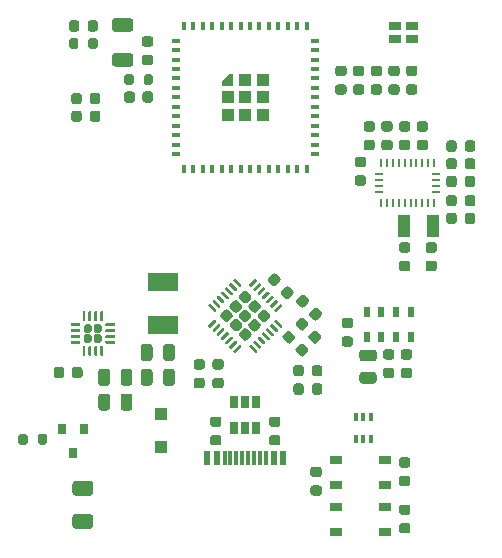
<source format=gtp>
%TF.GenerationSoftware,KiCad,Pcbnew,(5.1.9-0-10_14)*%
%TF.CreationDate,2021-01-25T23:13:15-08:00*%
%TF.ProjectId,flight-computer-2,666c6967-6874-42d6-936f-6d7075746572,rev?*%
%TF.SameCoordinates,PX57bcf00PY58b1140*%
%TF.FileFunction,Paste,Top*%
%TF.FilePolarity,Positive*%
%FSLAX46Y46*%
G04 Gerber Fmt 4.6, Leading zero omitted, Abs format (unit mm)*
G04 Created by KiCad (PCBNEW (5.1.9-0-10_14)) date 2021-01-25 23:13:15*
%MOMM*%
%LPD*%
G01*
G04 APERTURE LIST*
%ADD10C,0.100000*%
%ADD11R,0.800000X0.400000*%
%ADD12R,0.400000X0.800000*%
%ADD13R,1.000000X1.000000*%
%ADD14R,2.500000X1.500000*%
%ADD15R,0.400000X0.650000*%
%ADD16R,1.050000X0.650000*%
%ADD17R,0.800000X0.900000*%
%ADD18R,0.650000X1.060000*%
%ADD19R,0.675000X0.254000*%
%ADD20R,0.254000X0.675000*%
%ADD21R,1.100000X1.100000*%
%ADD22R,1.000000X0.800000*%
%ADD23R,0.550000X0.950000*%
%ADD24R,1.100000X1.900000*%
%ADD25R,0.600000X1.150000*%
%ADD26R,0.300000X1.150000*%
G04 APERTURE END LIST*
D10*
G36*
X24500975Y42504904D02*
G01*
X24501913Y42504619D01*
X24502778Y42504157D01*
X24503536Y42503536D01*
X24504157Y42502778D01*
X24504619Y42501913D01*
X24504904Y42500975D01*
X24505000Y42500000D01*
X24505000Y41500000D01*
X24504904Y41499025D01*
X24504619Y41498087D01*
X24504157Y41497222D01*
X24503536Y41496464D01*
X24502778Y41495843D01*
X24501913Y41495381D01*
X24500975Y41495096D01*
X24500000Y41495000D01*
X23500000Y41495000D01*
X23499025Y41495096D01*
X23498087Y41495381D01*
X23497222Y41495843D01*
X23496464Y41496464D01*
X23495843Y41497222D01*
X23495381Y41498087D01*
X23495096Y41499025D01*
X23495000Y41500000D01*
X23495000Y41900000D01*
X23495096Y41900975D01*
X23495381Y41901913D01*
X23495843Y41902778D01*
X23496464Y41903536D01*
X24096464Y42503536D01*
X24097222Y42504157D01*
X24098087Y42504619D01*
X24099025Y42504904D01*
X24100000Y42505000D01*
X24500000Y42505000D01*
X24500975Y42504904D01*
G37*
D11*
X19600000Y45300000D03*
X19600000Y44500000D03*
X19600000Y43700000D03*
X19600000Y42900000D03*
X19600000Y42100000D03*
X19600000Y41300000D03*
X19600000Y40500000D03*
X19600000Y39700000D03*
X19600000Y38900000D03*
X19600000Y38100000D03*
X19600000Y37300000D03*
X19600000Y36500000D03*
X19600000Y35700000D03*
D12*
X20300000Y34450000D03*
X21100000Y34450000D03*
X21900000Y34450000D03*
X22700000Y34450000D03*
X23500000Y34450000D03*
X24300000Y34450000D03*
X25100000Y34450000D03*
X25900000Y34450000D03*
X26700000Y34450000D03*
X27500000Y34450000D03*
X28300000Y34450000D03*
X29100000Y34450000D03*
X29900000Y34450000D03*
X30700000Y34450000D03*
D11*
X31400000Y35700000D03*
X31400000Y36500000D03*
X31400000Y37300000D03*
X31400000Y38100000D03*
X31400000Y38900000D03*
X31400000Y39700000D03*
X31400000Y40500000D03*
X31400000Y41300000D03*
X31400000Y42100000D03*
X31400000Y42900000D03*
X31400000Y43700000D03*
X31400000Y44500000D03*
X31400000Y45300000D03*
D12*
X30700000Y46550000D03*
X29900000Y46550000D03*
X29100000Y46550000D03*
X28300000Y46550000D03*
X27500000Y46550000D03*
X26700000Y46550000D03*
X25900000Y46550000D03*
X25100000Y46550000D03*
X24300000Y46550000D03*
X23500000Y46550000D03*
X22700000Y46550000D03*
X21900000Y46550000D03*
X21100000Y46550000D03*
X20300000Y46550000D03*
D13*
X25500000Y40500000D03*
X24000000Y40500000D03*
X27000000Y40500000D03*
X27000000Y39000000D03*
X24000000Y39000000D03*
X25500000Y39000000D03*
X27000000Y42000000D03*
X25500000Y42000000D03*
D14*
X18500000Y21200000D03*
X18500000Y24900000D03*
G36*
G01*
X11650000Y40656250D02*
X11650000Y40143750D01*
G75*
G02*
X11431250Y39925000I-218750J0D01*
G01*
X10993750Y39925000D01*
G75*
G02*
X10775000Y40143750I0J218750D01*
G01*
X10775000Y40656250D01*
G75*
G02*
X10993750Y40875000I218750J0D01*
G01*
X11431250Y40875000D01*
G75*
G02*
X11650000Y40656250I0J-218750D01*
G01*
G37*
G36*
G01*
X13225000Y40656250D02*
X13225000Y40143750D01*
G75*
G02*
X13006250Y39925000I-218750J0D01*
G01*
X12568750Y39925000D01*
G75*
G02*
X12350000Y40143750I0J218750D01*
G01*
X12350000Y40656250D01*
G75*
G02*
X12568750Y40875000I218750J0D01*
G01*
X13006250Y40875000D01*
G75*
G02*
X13225000Y40656250I0J-218750D01*
G01*
G37*
G36*
G01*
X12350000Y38643750D02*
X12350000Y39156250D01*
G75*
G02*
X12568750Y39375000I218750J0D01*
G01*
X13006250Y39375000D01*
G75*
G02*
X13225000Y39156250I0J-218750D01*
G01*
X13225000Y38643750D01*
G75*
G02*
X13006250Y38425000I-218750J0D01*
G01*
X12568750Y38425000D01*
G75*
G02*
X12350000Y38643750I0J218750D01*
G01*
G37*
G36*
G01*
X10775000Y38643750D02*
X10775000Y39156250D01*
G75*
G02*
X10993750Y39375000I218750J0D01*
G01*
X11431250Y39375000D01*
G75*
G02*
X11650000Y39156250I0J-218750D01*
G01*
X11650000Y38643750D01*
G75*
G02*
X11431250Y38425000I-218750J0D01*
G01*
X10993750Y38425000D01*
G75*
G02*
X10775000Y38643750I0J218750D01*
G01*
G37*
G36*
G01*
X44100000Y33118750D02*
X44100000Y33631250D01*
G75*
G02*
X44318750Y33850000I218750J0D01*
G01*
X44756250Y33850000D01*
G75*
G02*
X44975000Y33631250I0J-218750D01*
G01*
X44975000Y33118750D01*
G75*
G02*
X44756250Y32900000I-218750J0D01*
G01*
X44318750Y32900000D01*
G75*
G02*
X44100000Y33118750I0J218750D01*
G01*
G37*
G36*
G01*
X42525000Y33118750D02*
X42525000Y33631250D01*
G75*
G02*
X42743750Y33850000I218750J0D01*
G01*
X43181250Y33850000D01*
G75*
G02*
X43400000Y33631250I0J-218750D01*
G01*
X43400000Y33118750D01*
G75*
G02*
X43181250Y32900000I-218750J0D01*
G01*
X42743750Y32900000D01*
G75*
G02*
X42525000Y33118750I0J218750D01*
G01*
G37*
G36*
G01*
X16900000Y41725000D02*
X16900000Y42275000D01*
G75*
G02*
X17100000Y42475000I200000J0D01*
G01*
X17500000Y42475000D01*
G75*
G02*
X17700000Y42275000I0J-200000D01*
G01*
X17700000Y41725000D01*
G75*
G02*
X17500000Y41525000I-200000J0D01*
G01*
X17100000Y41525000D01*
G75*
G02*
X16900000Y41725000I0J200000D01*
G01*
G37*
G36*
G01*
X15250000Y41725000D02*
X15250000Y42275000D01*
G75*
G02*
X15450000Y42475000I200000J0D01*
G01*
X15850000Y42475000D01*
G75*
G02*
X16050000Y42275000I0J-200000D01*
G01*
X16050000Y41725000D01*
G75*
G02*
X15850000Y41525000I-200000J0D01*
G01*
X15450000Y41525000D01*
G75*
G02*
X15250000Y41725000I0J200000D01*
G01*
G37*
G36*
G01*
X16150000Y40775000D02*
X16150000Y40275000D01*
G75*
G02*
X15925000Y40050000I-225000J0D01*
G01*
X15475000Y40050000D01*
G75*
G02*
X15250000Y40275000I0J225000D01*
G01*
X15250000Y40775000D01*
G75*
G02*
X15475000Y41000000I225000J0D01*
G01*
X15925000Y41000000D01*
G75*
G02*
X16150000Y40775000I0J-225000D01*
G01*
G37*
G36*
G01*
X17700000Y40775000D02*
X17700000Y40275000D01*
G75*
G02*
X17475000Y40050000I-225000J0D01*
G01*
X17025000Y40050000D01*
G75*
G02*
X16800000Y40275000I0J225000D01*
G01*
X16800000Y40775000D01*
G75*
G02*
X17025000Y41000000I225000J0D01*
G01*
X17475000Y41000000D01*
G75*
G02*
X17700000Y40775000I0J-225000D01*
G01*
G37*
G36*
G01*
X25977297Y23424820D02*
X25659099Y23106622D01*
G75*
G02*
X25340901Y23106622I-159099J159099D01*
G01*
X25022703Y23424820D01*
G75*
G02*
X25022703Y23743018I159099J159099D01*
G01*
X25340901Y24061216D01*
G75*
G02*
X25659099Y24061216I159099J-159099D01*
G01*
X25977297Y23743018D01*
G75*
G02*
X25977297Y23424820I-159099J-159099D01*
G01*
G37*
G36*
G01*
X25185337Y22632861D02*
X24867139Y22314663D01*
G75*
G02*
X24548941Y22314663I-159099J159099D01*
G01*
X24230743Y22632861D01*
G75*
G02*
X24230743Y22951059I159099J159099D01*
G01*
X24548941Y23269257D01*
G75*
G02*
X24867139Y23269257I159099J-159099D01*
G01*
X25185337Y22951059D01*
G75*
G02*
X25185337Y22632861I-159099J-159099D01*
G01*
G37*
G36*
G01*
X24393378Y21840901D02*
X24075180Y21522703D01*
G75*
G02*
X23756982Y21522703I-159099J159099D01*
G01*
X23438784Y21840901D01*
G75*
G02*
X23438784Y22159099I159099J159099D01*
G01*
X23756982Y22477297D01*
G75*
G02*
X24075180Y22477297I159099J-159099D01*
G01*
X24393378Y22159099D01*
G75*
G02*
X24393378Y21840901I-159099J-159099D01*
G01*
G37*
G36*
G01*
X26769257Y22632861D02*
X26451059Y22314663D01*
G75*
G02*
X26132861Y22314663I-159099J159099D01*
G01*
X25814663Y22632861D01*
G75*
G02*
X25814663Y22951059I159099J159099D01*
G01*
X26132861Y23269257D01*
G75*
G02*
X26451059Y23269257I159099J-159099D01*
G01*
X26769257Y22951059D01*
G75*
G02*
X26769257Y22632861I-159099J-159099D01*
G01*
G37*
G36*
G01*
X25977297Y21840901D02*
X25659099Y21522703D01*
G75*
G02*
X25340901Y21522703I-159099J159099D01*
G01*
X25022703Y21840901D01*
G75*
G02*
X25022703Y22159099I159099J159099D01*
G01*
X25340901Y22477297D01*
G75*
G02*
X25659099Y22477297I159099J-159099D01*
G01*
X25977297Y22159099D01*
G75*
G02*
X25977297Y21840901I-159099J-159099D01*
G01*
G37*
G36*
G01*
X25185337Y21048941D02*
X24867139Y20730743D01*
G75*
G02*
X24548941Y20730743I-159099J159099D01*
G01*
X24230743Y21048941D01*
G75*
G02*
X24230743Y21367139I159099J159099D01*
G01*
X24548941Y21685337D01*
G75*
G02*
X24867139Y21685337I159099J-159099D01*
G01*
X25185337Y21367139D01*
G75*
G02*
X25185337Y21048941I-159099J-159099D01*
G01*
G37*
G36*
G01*
X27561216Y21840901D02*
X27243018Y21522703D01*
G75*
G02*
X26924820Y21522703I-159099J159099D01*
G01*
X26606622Y21840901D01*
G75*
G02*
X26606622Y22159099I159099J159099D01*
G01*
X26924820Y22477297D01*
G75*
G02*
X27243018Y22477297I159099J-159099D01*
G01*
X27561216Y22159099D01*
G75*
G02*
X27561216Y21840901I-159099J-159099D01*
G01*
G37*
G36*
G01*
X26769257Y21048941D02*
X26451059Y20730743D01*
G75*
G02*
X26132861Y20730743I-159099J159099D01*
G01*
X25814663Y21048941D01*
G75*
G02*
X25814663Y21367139I159099J159099D01*
G01*
X26132861Y21685337D01*
G75*
G02*
X26451059Y21685337I159099J-159099D01*
G01*
X26769257Y21367139D01*
G75*
G02*
X26769257Y21048941I-159099J-159099D01*
G01*
G37*
G36*
G01*
X25977297Y20256982D02*
X25659099Y19938784D01*
G75*
G02*
X25340901Y19938784I-159099J159099D01*
G01*
X25022703Y20256982D01*
G75*
G02*
X25022703Y20575180I159099J159099D01*
G01*
X25340901Y20893378D01*
G75*
G02*
X25659099Y20893378I159099J-159099D01*
G01*
X25977297Y20575180D01*
G75*
G02*
X25977297Y20256982I-159099J-159099D01*
G01*
G37*
G36*
G01*
X25155286Y19357188D02*
X24677989Y18879891D01*
G75*
G02*
X24589601Y18879891I-44194J44194D01*
G01*
X24501212Y18968280D01*
G75*
G02*
X24501212Y19056668I44194J44194D01*
G01*
X24978509Y19533965D01*
G75*
G02*
X25066897Y19533965I44194J-44194D01*
G01*
X25155286Y19445576D01*
G75*
G02*
X25155286Y19357188I-44194J-44194D01*
G01*
G37*
G36*
G01*
X24801732Y19710742D02*
X24324435Y19233445D01*
G75*
G02*
X24236047Y19233445I-44194J44194D01*
G01*
X24147658Y19321834D01*
G75*
G02*
X24147658Y19410222I44194J44194D01*
G01*
X24624955Y19887519D01*
G75*
G02*
X24713343Y19887519I44194J-44194D01*
G01*
X24801732Y19799130D01*
G75*
G02*
X24801732Y19710742I-44194J-44194D01*
G01*
G37*
G36*
G01*
X24448179Y20064295D02*
X23970882Y19586998D01*
G75*
G02*
X23882494Y19586998I-44194J44194D01*
G01*
X23794105Y19675387D01*
G75*
G02*
X23794105Y19763775I44194J44194D01*
G01*
X24271402Y20241072D01*
G75*
G02*
X24359790Y20241072I44194J-44194D01*
G01*
X24448179Y20152683D01*
G75*
G02*
X24448179Y20064295I-44194J-44194D01*
G01*
G37*
G36*
G01*
X24094625Y20417848D02*
X23617328Y19940551D01*
G75*
G02*
X23528940Y19940551I-44194J44194D01*
G01*
X23440551Y20028940D01*
G75*
G02*
X23440551Y20117328I44194J44194D01*
G01*
X23917848Y20594625D01*
G75*
G02*
X24006236Y20594625I44194J-44194D01*
G01*
X24094625Y20506236D01*
G75*
G02*
X24094625Y20417848I-44194J-44194D01*
G01*
G37*
G36*
G01*
X23741072Y20771402D02*
X23263775Y20294105D01*
G75*
G02*
X23175387Y20294105I-44194J44194D01*
G01*
X23086998Y20382494D01*
G75*
G02*
X23086998Y20470882I44194J44194D01*
G01*
X23564295Y20948179D01*
G75*
G02*
X23652683Y20948179I44194J-44194D01*
G01*
X23741072Y20859790D01*
G75*
G02*
X23741072Y20771402I-44194J-44194D01*
G01*
G37*
G36*
G01*
X23387519Y21124955D02*
X22910222Y20647658D01*
G75*
G02*
X22821834Y20647658I-44194J44194D01*
G01*
X22733445Y20736047D01*
G75*
G02*
X22733445Y20824435I44194J44194D01*
G01*
X23210742Y21301732D01*
G75*
G02*
X23299130Y21301732I44194J-44194D01*
G01*
X23387519Y21213343D01*
G75*
G02*
X23387519Y21124955I-44194J-44194D01*
G01*
G37*
G36*
G01*
X23033965Y21478509D02*
X22556668Y21001212D01*
G75*
G02*
X22468280Y21001212I-44194J44194D01*
G01*
X22379891Y21089601D01*
G75*
G02*
X22379891Y21177989I44194J44194D01*
G01*
X22857188Y21655286D01*
G75*
G02*
X22945576Y21655286I44194J-44194D01*
G01*
X23033965Y21566897D01*
G75*
G02*
X23033965Y21478509I-44194J-44194D01*
G01*
G37*
G36*
G01*
X23033965Y22433103D02*
X22945576Y22344714D01*
G75*
G02*
X22857188Y22344714I-44194J44194D01*
G01*
X22379891Y22822011D01*
G75*
G02*
X22379891Y22910399I44194J44194D01*
G01*
X22468280Y22998788D01*
G75*
G02*
X22556668Y22998788I44194J-44194D01*
G01*
X23033965Y22521491D01*
G75*
G02*
X23033965Y22433103I-44194J-44194D01*
G01*
G37*
G36*
G01*
X23387519Y22786657D02*
X23299130Y22698268D01*
G75*
G02*
X23210742Y22698268I-44194J44194D01*
G01*
X22733445Y23175565D01*
G75*
G02*
X22733445Y23263953I44194J44194D01*
G01*
X22821834Y23352342D01*
G75*
G02*
X22910222Y23352342I44194J-44194D01*
G01*
X23387519Y22875045D01*
G75*
G02*
X23387519Y22786657I-44194J-44194D01*
G01*
G37*
G36*
G01*
X23741072Y23140210D02*
X23652683Y23051821D01*
G75*
G02*
X23564295Y23051821I-44194J44194D01*
G01*
X23086998Y23529118D01*
G75*
G02*
X23086998Y23617506I44194J44194D01*
G01*
X23175387Y23705895D01*
G75*
G02*
X23263775Y23705895I44194J-44194D01*
G01*
X23741072Y23228598D01*
G75*
G02*
X23741072Y23140210I-44194J-44194D01*
G01*
G37*
G36*
G01*
X24094625Y23493764D02*
X24006236Y23405375D01*
G75*
G02*
X23917848Y23405375I-44194J44194D01*
G01*
X23440551Y23882672D01*
G75*
G02*
X23440551Y23971060I44194J44194D01*
G01*
X23528940Y24059449D01*
G75*
G02*
X23617328Y24059449I44194J-44194D01*
G01*
X24094625Y23582152D01*
G75*
G02*
X24094625Y23493764I-44194J-44194D01*
G01*
G37*
G36*
G01*
X24448179Y23847317D02*
X24359790Y23758928D01*
G75*
G02*
X24271402Y23758928I-44194J44194D01*
G01*
X23794105Y24236225D01*
G75*
G02*
X23794105Y24324613I44194J44194D01*
G01*
X23882494Y24413002D01*
G75*
G02*
X23970882Y24413002I44194J-44194D01*
G01*
X24448179Y23935705D01*
G75*
G02*
X24448179Y23847317I-44194J-44194D01*
G01*
G37*
G36*
G01*
X24801732Y24200870D02*
X24713343Y24112481D01*
G75*
G02*
X24624955Y24112481I-44194J44194D01*
G01*
X24147658Y24589778D01*
G75*
G02*
X24147658Y24678166I44194J44194D01*
G01*
X24236047Y24766555D01*
G75*
G02*
X24324435Y24766555I44194J-44194D01*
G01*
X24801732Y24289258D01*
G75*
G02*
X24801732Y24200870I-44194J-44194D01*
G01*
G37*
G36*
G01*
X25155286Y24554424D02*
X25066897Y24466035D01*
G75*
G02*
X24978509Y24466035I-44194J44194D01*
G01*
X24501212Y24943332D01*
G75*
G02*
X24501212Y25031720I44194J44194D01*
G01*
X24589601Y25120109D01*
G75*
G02*
X24677989Y25120109I44194J-44194D01*
G01*
X25155286Y24642812D01*
G75*
G02*
X25155286Y24554424I-44194J-44194D01*
G01*
G37*
G36*
G01*
X26498788Y24943332D02*
X26021491Y24466035D01*
G75*
G02*
X25933103Y24466035I-44194J44194D01*
G01*
X25844714Y24554424D01*
G75*
G02*
X25844714Y24642812I44194J44194D01*
G01*
X26322011Y25120109D01*
G75*
G02*
X26410399Y25120109I44194J-44194D01*
G01*
X26498788Y25031720D01*
G75*
G02*
X26498788Y24943332I-44194J-44194D01*
G01*
G37*
G36*
G01*
X26852342Y24589778D02*
X26375045Y24112481D01*
G75*
G02*
X26286657Y24112481I-44194J44194D01*
G01*
X26198268Y24200870D01*
G75*
G02*
X26198268Y24289258I44194J44194D01*
G01*
X26675565Y24766555D01*
G75*
G02*
X26763953Y24766555I44194J-44194D01*
G01*
X26852342Y24678166D01*
G75*
G02*
X26852342Y24589778I-44194J-44194D01*
G01*
G37*
G36*
G01*
X27205895Y24236225D02*
X26728598Y23758928D01*
G75*
G02*
X26640210Y23758928I-44194J44194D01*
G01*
X26551821Y23847317D01*
G75*
G02*
X26551821Y23935705I44194J44194D01*
G01*
X27029118Y24413002D01*
G75*
G02*
X27117506Y24413002I44194J-44194D01*
G01*
X27205895Y24324613D01*
G75*
G02*
X27205895Y24236225I-44194J-44194D01*
G01*
G37*
G36*
G01*
X27559449Y23882672D02*
X27082152Y23405375D01*
G75*
G02*
X26993764Y23405375I-44194J44194D01*
G01*
X26905375Y23493764D01*
G75*
G02*
X26905375Y23582152I44194J44194D01*
G01*
X27382672Y24059449D01*
G75*
G02*
X27471060Y24059449I44194J-44194D01*
G01*
X27559449Y23971060D01*
G75*
G02*
X27559449Y23882672I-44194J-44194D01*
G01*
G37*
G36*
G01*
X27913002Y23529118D02*
X27435705Y23051821D01*
G75*
G02*
X27347317Y23051821I-44194J44194D01*
G01*
X27258928Y23140210D01*
G75*
G02*
X27258928Y23228598I44194J44194D01*
G01*
X27736225Y23705895D01*
G75*
G02*
X27824613Y23705895I44194J-44194D01*
G01*
X27913002Y23617506D01*
G75*
G02*
X27913002Y23529118I-44194J-44194D01*
G01*
G37*
G36*
G01*
X28266555Y23175565D02*
X27789258Y22698268D01*
G75*
G02*
X27700870Y22698268I-44194J44194D01*
G01*
X27612481Y22786657D01*
G75*
G02*
X27612481Y22875045I44194J44194D01*
G01*
X28089778Y23352342D01*
G75*
G02*
X28178166Y23352342I44194J-44194D01*
G01*
X28266555Y23263953D01*
G75*
G02*
X28266555Y23175565I-44194J-44194D01*
G01*
G37*
G36*
G01*
X28620109Y22822011D02*
X28142812Y22344714D01*
G75*
G02*
X28054424Y22344714I-44194J44194D01*
G01*
X27966035Y22433103D01*
G75*
G02*
X27966035Y22521491I44194J44194D01*
G01*
X28443332Y22998788D01*
G75*
G02*
X28531720Y22998788I44194J-44194D01*
G01*
X28620109Y22910399D01*
G75*
G02*
X28620109Y22822011I-44194J-44194D01*
G01*
G37*
G36*
G01*
X28620109Y21089601D02*
X28531720Y21001212D01*
G75*
G02*
X28443332Y21001212I-44194J44194D01*
G01*
X27966035Y21478509D01*
G75*
G02*
X27966035Y21566897I44194J44194D01*
G01*
X28054424Y21655286D01*
G75*
G02*
X28142812Y21655286I44194J-44194D01*
G01*
X28620109Y21177989D01*
G75*
G02*
X28620109Y21089601I-44194J-44194D01*
G01*
G37*
G36*
G01*
X28266555Y20736047D02*
X28178166Y20647658D01*
G75*
G02*
X28089778Y20647658I-44194J44194D01*
G01*
X27612481Y21124955D01*
G75*
G02*
X27612481Y21213343I44194J44194D01*
G01*
X27700870Y21301732D01*
G75*
G02*
X27789258Y21301732I44194J-44194D01*
G01*
X28266555Y20824435D01*
G75*
G02*
X28266555Y20736047I-44194J-44194D01*
G01*
G37*
G36*
G01*
X27913002Y20382494D02*
X27824613Y20294105D01*
G75*
G02*
X27736225Y20294105I-44194J44194D01*
G01*
X27258928Y20771402D01*
G75*
G02*
X27258928Y20859790I44194J44194D01*
G01*
X27347317Y20948179D01*
G75*
G02*
X27435705Y20948179I44194J-44194D01*
G01*
X27913002Y20470882D01*
G75*
G02*
X27913002Y20382494I-44194J-44194D01*
G01*
G37*
G36*
G01*
X27559449Y20028940D02*
X27471060Y19940551D01*
G75*
G02*
X27382672Y19940551I-44194J44194D01*
G01*
X26905375Y20417848D01*
G75*
G02*
X26905375Y20506236I44194J44194D01*
G01*
X26993764Y20594625D01*
G75*
G02*
X27082152Y20594625I44194J-44194D01*
G01*
X27559449Y20117328D01*
G75*
G02*
X27559449Y20028940I-44194J-44194D01*
G01*
G37*
G36*
G01*
X27205895Y19675387D02*
X27117506Y19586998D01*
G75*
G02*
X27029118Y19586998I-44194J44194D01*
G01*
X26551821Y20064295D01*
G75*
G02*
X26551821Y20152683I44194J44194D01*
G01*
X26640210Y20241072D01*
G75*
G02*
X26728598Y20241072I44194J-44194D01*
G01*
X27205895Y19763775D01*
G75*
G02*
X27205895Y19675387I-44194J-44194D01*
G01*
G37*
G36*
G01*
X26852342Y19321834D02*
X26763953Y19233445D01*
G75*
G02*
X26675565Y19233445I-44194J44194D01*
G01*
X26198268Y19710742D01*
G75*
G02*
X26198268Y19799130I44194J44194D01*
G01*
X26286657Y19887519D01*
G75*
G02*
X26375045Y19887519I44194J-44194D01*
G01*
X26852342Y19410222D01*
G75*
G02*
X26852342Y19321834I-44194J-44194D01*
G01*
G37*
G36*
G01*
X26498788Y18968280D02*
X26410399Y18879891D01*
G75*
G02*
X26322011Y18879891I-44194J44194D01*
G01*
X25844714Y19357188D01*
G75*
G02*
X25844714Y19445576I44194J44194D01*
G01*
X25933103Y19533965D01*
G75*
G02*
X26021491Y19533965I44194J-44194D01*
G01*
X26498788Y19056668D01*
G75*
G02*
X26498788Y18968280I-44194J-44194D01*
G01*
G37*
G36*
G01*
X41500000Y27325000D02*
X41000000Y27325000D01*
G75*
G02*
X40775000Y27550000I0J225000D01*
G01*
X40775000Y28000000D01*
G75*
G02*
X41000000Y28225000I225000J0D01*
G01*
X41500000Y28225000D01*
G75*
G02*
X41725000Y28000000I0J-225000D01*
G01*
X41725000Y27550000D01*
G75*
G02*
X41500000Y27325000I-225000J0D01*
G01*
G37*
G36*
G01*
X41500000Y25775000D02*
X41000000Y25775000D01*
G75*
G02*
X40775000Y26000000I0J225000D01*
G01*
X40775000Y26450000D01*
G75*
G02*
X41000000Y26675000I225000J0D01*
G01*
X41500000Y26675000D01*
G75*
G02*
X41725000Y26450000I0J-225000D01*
G01*
X41725000Y26000000D01*
G75*
G02*
X41500000Y25775000I-225000J0D01*
G01*
G37*
G36*
G01*
X11997500Y20445000D02*
X12362500Y20445000D01*
G75*
G02*
X12545000Y20262500I0J-182500D01*
G01*
X12545000Y19897500D01*
G75*
G02*
X12362500Y19715000I-182500J0D01*
G01*
X11997500Y19715000D01*
G75*
G02*
X11815000Y19897500I0J182500D01*
G01*
X11815000Y20262500D01*
G75*
G02*
X11997500Y20445000I182500J0D01*
G01*
G37*
G36*
G01*
X12837500Y20445000D02*
X13202500Y20445000D01*
G75*
G02*
X13385000Y20262500I0J-182500D01*
G01*
X13385000Y19897500D01*
G75*
G02*
X13202500Y19715000I-182500J0D01*
G01*
X12837500Y19715000D01*
G75*
G02*
X12655000Y19897500I0J182500D01*
G01*
X12655000Y20262500D01*
G75*
G02*
X12837500Y20445000I182500J0D01*
G01*
G37*
G36*
G01*
X11997500Y21285000D02*
X12362500Y21285000D01*
G75*
G02*
X12545000Y21102500I0J-182500D01*
G01*
X12545000Y20737500D01*
G75*
G02*
X12362500Y20555000I-182500J0D01*
G01*
X11997500Y20555000D01*
G75*
G02*
X11815000Y20737500I0J182500D01*
G01*
X11815000Y21102500D01*
G75*
G02*
X11997500Y21285000I182500J0D01*
G01*
G37*
G36*
G01*
X12837500Y21285000D02*
X13202500Y21285000D01*
G75*
G02*
X13385000Y21102500I0J-182500D01*
G01*
X13385000Y20737500D01*
G75*
G02*
X13202500Y20555000I-182500J0D01*
G01*
X12837500Y20555000D01*
G75*
G02*
X12655000Y20737500I0J182500D01*
G01*
X12655000Y21102500D01*
G75*
G02*
X12837500Y21285000I182500J0D01*
G01*
G37*
G36*
G01*
X13712500Y21375000D02*
X14412500Y21375000D01*
G75*
G02*
X14475000Y21312500I0J-62500D01*
G01*
X14475000Y21187500D01*
G75*
G02*
X14412500Y21125000I-62500J0D01*
G01*
X13712500Y21125000D01*
G75*
G02*
X13650000Y21187500I0J62500D01*
G01*
X13650000Y21312500D01*
G75*
G02*
X13712500Y21375000I62500J0D01*
G01*
G37*
G36*
G01*
X13712500Y20875000D02*
X14412500Y20875000D01*
G75*
G02*
X14475000Y20812500I0J-62500D01*
G01*
X14475000Y20687500D01*
G75*
G02*
X14412500Y20625000I-62500J0D01*
G01*
X13712500Y20625000D01*
G75*
G02*
X13650000Y20687500I0J62500D01*
G01*
X13650000Y20812500D01*
G75*
G02*
X13712500Y20875000I62500J0D01*
G01*
G37*
G36*
G01*
X13712500Y20375000D02*
X14412500Y20375000D01*
G75*
G02*
X14475000Y20312500I0J-62500D01*
G01*
X14475000Y20187500D01*
G75*
G02*
X14412500Y20125000I-62500J0D01*
G01*
X13712500Y20125000D01*
G75*
G02*
X13650000Y20187500I0J62500D01*
G01*
X13650000Y20312500D01*
G75*
G02*
X13712500Y20375000I62500J0D01*
G01*
G37*
G36*
G01*
X13712500Y19875000D02*
X14412500Y19875000D01*
G75*
G02*
X14475000Y19812500I0J-62500D01*
G01*
X14475000Y19687500D01*
G75*
G02*
X14412500Y19625000I-62500J0D01*
G01*
X13712500Y19625000D01*
G75*
G02*
X13650000Y19687500I0J62500D01*
G01*
X13650000Y19812500D01*
G75*
G02*
X13712500Y19875000I62500J0D01*
G01*
G37*
G36*
G01*
X13287500Y19450000D02*
X13412500Y19450000D01*
G75*
G02*
X13475000Y19387500I0J-62500D01*
G01*
X13475000Y18687500D01*
G75*
G02*
X13412500Y18625000I-62500J0D01*
G01*
X13287500Y18625000D01*
G75*
G02*
X13225000Y18687500I0J62500D01*
G01*
X13225000Y19387500D01*
G75*
G02*
X13287500Y19450000I62500J0D01*
G01*
G37*
G36*
G01*
X12787500Y19450000D02*
X12912500Y19450000D01*
G75*
G02*
X12975000Y19387500I0J-62500D01*
G01*
X12975000Y18687500D01*
G75*
G02*
X12912500Y18625000I-62500J0D01*
G01*
X12787500Y18625000D01*
G75*
G02*
X12725000Y18687500I0J62500D01*
G01*
X12725000Y19387500D01*
G75*
G02*
X12787500Y19450000I62500J0D01*
G01*
G37*
G36*
G01*
X12287500Y19450000D02*
X12412500Y19450000D01*
G75*
G02*
X12475000Y19387500I0J-62500D01*
G01*
X12475000Y18687500D01*
G75*
G02*
X12412500Y18625000I-62500J0D01*
G01*
X12287500Y18625000D01*
G75*
G02*
X12225000Y18687500I0J62500D01*
G01*
X12225000Y19387500D01*
G75*
G02*
X12287500Y19450000I62500J0D01*
G01*
G37*
G36*
G01*
X11787500Y19450000D02*
X11912500Y19450000D01*
G75*
G02*
X11975000Y19387500I0J-62500D01*
G01*
X11975000Y18687500D01*
G75*
G02*
X11912500Y18625000I-62500J0D01*
G01*
X11787500Y18625000D01*
G75*
G02*
X11725000Y18687500I0J62500D01*
G01*
X11725000Y19387500D01*
G75*
G02*
X11787500Y19450000I62500J0D01*
G01*
G37*
G36*
G01*
X10787500Y19875000D02*
X11487500Y19875000D01*
G75*
G02*
X11550000Y19812500I0J-62500D01*
G01*
X11550000Y19687500D01*
G75*
G02*
X11487500Y19625000I-62500J0D01*
G01*
X10787500Y19625000D01*
G75*
G02*
X10725000Y19687500I0J62500D01*
G01*
X10725000Y19812500D01*
G75*
G02*
X10787500Y19875000I62500J0D01*
G01*
G37*
G36*
G01*
X10787500Y20375000D02*
X11487500Y20375000D01*
G75*
G02*
X11550000Y20312500I0J-62500D01*
G01*
X11550000Y20187500D01*
G75*
G02*
X11487500Y20125000I-62500J0D01*
G01*
X10787500Y20125000D01*
G75*
G02*
X10725000Y20187500I0J62500D01*
G01*
X10725000Y20312500D01*
G75*
G02*
X10787500Y20375000I62500J0D01*
G01*
G37*
G36*
G01*
X10787500Y20875000D02*
X11487500Y20875000D01*
G75*
G02*
X11550000Y20812500I0J-62500D01*
G01*
X11550000Y20687500D01*
G75*
G02*
X11487500Y20625000I-62500J0D01*
G01*
X10787500Y20625000D01*
G75*
G02*
X10725000Y20687500I0J62500D01*
G01*
X10725000Y20812500D01*
G75*
G02*
X10787500Y20875000I62500J0D01*
G01*
G37*
G36*
G01*
X10787500Y21375000D02*
X11487500Y21375000D01*
G75*
G02*
X11550000Y21312500I0J-62500D01*
G01*
X11550000Y21187500D01*
G75*
G02*
X11487500Y21125000I-62500J0D01*
G01*
X10787500Y21125000D01*
G75*
G02*
X10725000Y21187500I0J62500D01*
G01*
X10725000Y21312500D01*
G75*
G02*
X10787500Y21375000I62500J0D01*
G01*
G37*
G36*
G01*
X11787500Y22375000D02*
X11912500Y22375000D01*
G75*
G02*
X11975000Y22312500I0J-62500D01*
G01*
X11975000Y21612500D01*
G75*
G02*
X11912500Y21550000I-62500J0D01*
G01*
X11787500Y21550000D01*
G75*
G02*
X11725000Y21612500I0J62500D01*
G01*
X11725000Y22312500D01*
G75*
G02*
X11787500Y22375000I62500J0D01*
G01*
G37*
G36*
G01*
X12287500Y22375000D02*
X12412500Y22375000D01*
G75*
G02*
X12475000Y22312500I0J-62500D01*
G01*
X12475000Y21612500D01*
G75*
G02*
X12412500Y21550000I-62500J0D01*
G01*
X12287500Y21550000D01*
G75*
G02*
X12225000Y21612500I0J62500D01*
G01*
X12225000Y22312500D01*
G75*
G02*
X12287500Y22375000I62500J0D01*
G01*
G37*
G36*
G01*
X12787500Y22375000D02*
X12912500Y22375000D01*
G75*
G02*
X12975000Y22312500I0J-62500D01*
G01*
X12975000Y21612500D01*
G75*
G02*
X12912500Y21550000I-62500J0D01*
G01*
X12787500Y21550000D01*
G75*
G02*
X12725000Y21612500I0J62500D01*
G01*
X12725000Y22312500D01*
G75*
G02*
X12787500Y22375000I62500J0D01*
G01*
G37*
G36*
G01*
X13287500Y22375000D02*
X13412500Y22375000D01*
G75*
G02*
X13475000Y22312500I0J-62500D01*
G01*
X13475000Y21612500D01*
G75*
G02*
X13412500Y21550000I-62500J0D01*
G01*
X13287500Y21550000D01*
G75*
G02*
X13225000Y21612500I0J62500D01*
G01*
X13225000Y22312500D01*
G75*
G02*
X13287500Y22375000I62500J0D01*
G01*
G37*
G36*
G01*
X39856250Y42300000D02*
X39343750Y42300000D01*
G75*
G02*
X39125000Y42518750I0J218750D01*
G01*
X39125000Y42956250D01*
G75*
G02*
X39343750Y43175000I218750J0D01*
G01*
X39856250Y43175000D01*
G75*
G02*
X40075000Y42956250I0J-218750D01*
G01*
X40075000Y42518750D01*
G75*
G02*
X39856250Y42300000I-218750J0D01*
G01*
G37*
G36*
G01*
X39856250Y40725000D02*
X39343750Y40725000D01*
G75*
G02*
X39125000Y40943750I0J218750D01*
G01*
X39125000Y41381250D01*
G75*
G02*
X39343750Y41600000I218750J0D01*
G01*
X39856250Y41600000D01*
G75*
G02*
X40075000Y41381250I0J-218750D01*
G01*
X40075000Y40943750D01*
G75*
G02*
X39856250Y40725000I-218750J0D01*
G01*
G37*
G36*
G01*
X38356250Y42300000D02*
X37843750Y42300000D01*
G75*
G02*
X37625000Y42518750I0J218750D01*
G01*
X37625000Y42956250D01*
G75*
G02*
X37843750Y43175000I218750J0D01*
G01*
X38356250Y43175000D01*
G75*
G02*
X38575000Y42956250I0J-218750D01*
G01*
X38575000Y42518750D01*
G75*
G02*
X38356250Y42300000I-218750J0D01*
G01*
G37*
G36*
G01*
X38356250Y40725000D02*
X37843750Y40725000D01*
G75*
G02*
X37625000Y40943750I0J218750D01*
G01*
X37625000Y41381250D01*
G75*
G02*
X37843750Y41600000I218750J0D01*
G01*
X38356250Y41600000D01*
G75*
G02*
X38575000Y41381250I0J-218750D01*
G01*
X38575000Y40943750D01*
G75*
G02*
X38356250Y40725000I-218750J0D01*
G01*
G37*
G36*
G01*
X36856250Y42300000D02*
X36343750Y42300000D01*
G75*
G02*
X36125000Y42518750I0J218750D01*
G01*
X36125000Y42956250D01*
G75*
G02*
X36343750Y43175000I218750J0D01*
G01*
X36856250Y43175000D01*
G75*
G02*
X37075000Y42956250I0J-218750D01*
G01*
X37075000Y42518750D01*
G75*
G02*
X36856250Y42300000I-218750J0D01*
G01*
G37*
G36*
G01*
X36856250Y40725000D02*
X36343750Y40725000D01*
G75*
G02*
X36125000Y40943750I0J218750D01*
G01*
X36125000Y41381250D01*
G75*
G02*
X36343750Y41600000I218750J0D01*
G01*
X36856250Y41600000D01*
G75*
G02*
X37075000Y41381250I0J-218750D01*
G01*
X37075000Y40943750D01*
G75*
G02*
X36856250Y40725000I-218750J0D01*
G01*
G37*
G36*
G01*
X28433709Y24928684D02*
X28071316Y24566291D01*
G75*
G02*
X27761956Y24566291I-154680J154680D01*
G01*
X27452597Y24875650D01*
G75*
G02*
X27452597Y25185010I154680J154680D01*
G01*
X27814990Y25547403D01*
G75*
G02*
X28124350Y25547403I154680J-154680D01*
G01*
X28433709Y25238044D01*
G75*
G02*
X28433709Y24928684I-154680J-154680D01*
G01*
G37*
G36*
G01*
X29547403Y23814990D02*
X29185010Y23452597D01*
G75*
G02*
X28875650Y23452597I-154680J154680D01*
G01*
X28566291Y23761956D01*
G75*
G02*
X28566291Y24071316I154680J154680D01*
G01*
X28928684Y24433709D01*
G75*
G02*
X29238044Y24433709I154680J-154680D01*
G01*
X29547403Y24124350D01*
G75*
G02*
X29547403Y23814990I-154680J-154680D01*
G01*
G37*
D15*
X36150000Y13450000D03*
X34850000Y13450000D03*
X35500000Y11550000D03*
X35500000Y13450000D03*
X34850000Y11550000D03*
X36150000Y11550000D03*
D16*
X33175000Y9825000D03*
X37325000Y9825000D03*
X33175000Y7675000D03*
X37325000Y7675000D03*
X37325000Y3675000D03*
X33175000Y3675000D03*
X37325000Y5825000D03*
X33175000Y5825000D03*
G36*
G01*
X30953033Y22293413D02*
X31306587Y22646967D01*
G75*
G02*
X31624785Y22646967I159099J-159099D01*
G01*
X31942983Y22328769D01*
G75*
G02*
X31942983Y22010571I-159099J-159099D01*
G01*
X31589429Y21657017D01*
G75*
G02*
X31271231Y21657017I-159099J159099D01*
G01*
X30953033Y21975215D01*
G75*
G02*
X30953033Y22293413I159099J159099D01*
G01*
G37*
G36*
G01*
X29857017Y23389429D02*
X30210571Y23742983D01*
G75*
G02*
X30528769Y23742983I159099J-159099D01*
G01*
X30846967Y23424785D01*
G75*
G02*
X30846967Y23106587I-159099J-159099D01*
G01*
X30493413Y22753033D01*
G75*
G02*
X30175215Y22753033I-159099J159099D01*
G01*
X29857017Y23071231D01*
G75*
G02*
X29857017Y23389429I159099J159099D01*
G01*
G37*
G36*
G01*
X12225000Y44775000D02*
X12225000Y45325000D01*
G75*
G02*
X12425000Y45525000I200000J0D01*
G01*
X12825000Y45525000D01*
G75*
G02*
X13025000Y45325000I0J-200000D01*
G01*
X13025000Y44775000D01*
G75*
G02*
X12825000Y44575000I-200000J0D01*
G01*
X12425000Y44575000D01*
G75*
G02*
X12225000Y44775000I0J200000D01*
G01*
G37*
G36*
G01*
X10575000Y44775000D02*
X10575000Y45325000D01*
G75*
G02*
X10775000Y45525000I200000J0D01*
G01*
X11175000Y45525000D01*
G75*
G02*
X11375000Y45325000I0J-200000D01*
G01*
X11375000Y44775000D01*
G75*
G02*
X11175000Y44575000I-200000J0D01*
G01*
X10775000Y44575000D01*
G75*
G02*
X10575000Y44775000I0J200000D01*
G01*
G37*
G36*
G01*
X7075000Y11825000D02*
X7075000Y11275000D01*
G75*
G02*
X6875000Y11075000I-200000J0D01*
G01*
X6475000Y11075000D01*
G75*
G02*
X6275000Y11275000I0J200000D01*
G01*
X6275000Y11825000D01*
G75*
G02*
X6475000Y12025000I200000J0D01*
G01*
X6875000Y12025000D01*
G75*
G02*
X7075000Y11825000I0J-200000D01*
G01*
G37*
G36*
G01*
X8725000Y11825000D02*
X8725000Y11275000D01*
G75*
G02*
X8525000Y11075000I-200000J0D01*
G01*
X8125000Y11075000D01*
G75*
G02*
X7925000Y11275000I0J200000D01*
G01*
X7925000Y11825000D01*
G75*
G02*
X8125000Y12025000I200000J0D01*
G01*
X8525000Y12025000D01*
G75*
G02*
X8725000Y11825000I0J-200000D01*
G01*
G37*
D17*
X10900000Y10400000D03*
X9950000Y12400000D03*
X11850000Y12400000D03*
G36*
G01*
X11450000Y46806250D02*
X11450000Y46293750D01*
G75*
G02*
X11231250Y46075000I-218750J0D01*
G01*
X10793750Y46075000D01*
G75*
G02*
X10575000Y46293750I0J218750D01*
G01*
X10575000Y46806250D01*
G75*
G02*
X10793750Y47025000I218750J0D01*
G01*
X11231250Y47025000D01*
G75*
G02*
X11450000Y46806250I0J-218750D01*
G01*
G37*
G36*
G01*
X13025000Y46806250D02*
X13025000Y46293750D01*
G75*
G02*
X12806250Y46075000I-218750J0D01*
G01*
X12368750Y46075000D01*
G75*
G02*
X12150000Y46293750I0J218750D01*
G01*
X12150000Y46806250D01*
G75*
G02*
X12368750Y47025000I218750J0D01*
G01*
X12806250Y47025000D01*
G75*
G02*
X13025000Y46806250I0J-218750D01*
G01*
G37*
G36*
G01*
X17475000Y44775000D02*
X16975000Y44775000D01*
G75*
G02*
X16750000Y45000000I0J225000D01*
G01*
X16750000Y45450000D01*
G75*
G02*
X16975000Y45675000I225000J0D01*
G01*
X17475000Y45675000D01*
G75*
G02*
X17700000Y45450000I0J-225000D01*
G01*
X17700000Y45000000D01*
G75*
G02*
X17475000Y44775000I-225000J0D01*
G01*
G37*
G36*
G01*
X17475000Y43225000D02*
X16975000Y43225000D01*
G75*
G02*
X16750000Y43450000I0J225000D01*
G01*
X16750000Y43900000D01*
G75*
G02*
X16975000Y44125000I225000J0D01*
G01*
X17475000Y44125000D01*
G75*
G02*
X17700000Y43900000I0J-225000D01*
G01*
X17700000Y43450000D01*
G75*
G02*
X17475000Y43225000I-225000J0D01*
G01*
G37*
G36*
G01*
X15775001Y46050000D02*
X14474999Y46050000D01*
G75*
G02*
X14225000Y46299999I0J249999D01*
G01*
X14225000Y46950001D01*
G75*
G02*
X14474999Y47200000I249999J0D01*
G01*
X15775001Y47200000D01*
G75*
G02*
X16025000Y46950001I0J-249999D01*
G01*
X16025000Y46299999D01*
G75*
G02*
X15775001Y46050000I-249999J0D01*
G01*
G37*
G36*
G01*
X15775001Y43100000D02*
X14474999Y43100000D01*
G75*
G02*
X14225000Y43349999I0J249999D01*
G01*
X14225000Y44000001D01*
G75*
G02*
X14474999Y44250000I249999J0D01*
G01*
X15775001Y44250000D01*
G75*
G02*
X16025000Y44000001I0J-249999D01*
G01*
X16025000Y43349999D01*
G75*
G02*
X15775001Y43100000I-249999J0D01*
G01*
G37*
G36*
G01*
X35425000Y17250000D02*
X36375000Y17250000D01*
G75*
G02*
X36625000Y17000000I0J-250000D01*
G01*
X36625000Y16500000D01*
G75*
G02*
X36375000Y16250000I-250000J0D01*
G01*
X35425000Y16250000D01*
G75*
G02*
X35175000Y16500000I0J250000D01*
G01*
X35175000Y17000000D01*
G75*
G02*
X35425000Y17250000I250000J0D01*
G01*
G37*
G36*
G01*
X35425000Y19150000D02*
X36375000Y19150000D01*
G75*
G02*
X36625000Y18900000I0J-250000D01*
G01*
X36625000Y18400000D01*
G75*
G02*
X36375000Y18150000I-250000J0D01*
G01*
X35425000Y18150000D01*
G75*
G02*
X35175000Y18400000I0J250000D01*
G01*
X35175000Y18900000D01*
G75*
G02*
X35425000Y19150000I250000J0D01*
G01*
G37*
G36*
G01*
X30443413Y19596967D02*
X30796967Y19243413D01*
G75*
G02*
X30796967Y18925215I-159099J-159099D01*
G01*
X30478769Y18607017D01*
G75*
G02*
X30160571Y18607017I-159099J159099D01*
G01*
X29807017Y18960571D01*
G75*
G02*
X29807017Y19278769I159099J159099D01*
G01*
X30125215Y19596967D01*
G75*
G02*
X30443413Y19596967I159099J-159099D01*
G01*
G37*
G36*
G01*
X31539429Y20692983D02*
X31892983Y20339429D01*
G75*
G02*
X31892983Y20021231I-159099J-159099D01*
G01*
X31574785Y19703033D01*
G75*
G02*
X31256587Y19703033I-159099J159099D01*
G01*
X30903033Y20056587D01*
G75*
G02*
X30903033Y20374785I159099J159099D01*
G01*
X31221231Y20692983D01*
G75*
G02*
X31539429Y20692983I159099J-159099D01*
G01*
G37*
G36*
G01*
X17650000Y19375000D02*
X17650000Y18425000D01*
G75*
G02*
X17400000Y18175000I-250000J0D01*
G01*
X16900000Y18175000D01*
G75*
G02*
X16650000Y18425000I0J250000D01*
G01*
X16650000Y19375000D01*
G75*
G02*
X16900000Y19625000I250000J0D01*
G01*
X17400000Y19625000D01*
G75*
G02*
X17650000Y19375000I0J-250000D01*
G01*
G37*
G36*
G01*
X19550000Y19375000D02*
X19550000Y18425000D01*
G75*
G02*
X19300000Y18175000I-250000J0D01*
G01*
X18800000Y18175000D01*
G75*
G02*
X18550000Y18425000I0J250000D01*
G01*
X18550000Y19375000D01*
G75*
G02*
X18800000Y19625000I250000J0D01*
G01*
X19300000Y19625000D01*
G75*
G02*
X19550000Y19375000I0J-250000D01*
G01*
G37*
G36*
G01*
X17650000Y17275000D02*
X17650000Y16325000D01*
G75*
G02*
X17400000Y16075000I-250000J0D01*
G01*
X16900000Y16075000D01*
G75*
G02*
X16650000Y16325000I0J250000D01*
G01*
X16650000Y17275000D01*
G75*
G02*
X16900000Y17525000I250000J0D01*
G01*
X17400000Y17525000D01*
G75*
G02*
X17650000Y17275000I0J-250000D01*
G01*
G37*
G36*
G01*
X19550000Y17275000D02*
X19550000Y16325000D01*
G75*
G02*
X19300000Y16075000I-250000J0D01*
G01*
X18800000Y16075000D01*
G75*
G02*
X18550000Y16325000I0J250000D01*
G01*
X18550000Y17275000D01*
G75*
G02*
X18800000Y17525000I250000J0D01*
G01*
X19300000Y17525000D01*
G75*
G02*
X19550000Y17275000I0J-250000D01*
G01*
G37*
G36*
G01*
X10825000Y16950000D02*
X10825000Y17450000D01*
G75*
G02*
X11050000Y17675000I225000J0D01*
G01*
X11500000Y17675000D01*
G75*
G02*
X11725000Y17450000I0J-225000D01*
G01*
X11725000Y16950000D01*
G75*
G02*
X11500000Y16725000I-225000J0D01*
G01*
X11050000Y16725000D01*
G75*
G02*
X10825000Y16950000I0J225000D01*
G01*
G37*
G36*
G01*
X9275000Y16950000D02*
X9275000Y17450000D01*
G75*
G02*
X9500000Y17675000I225000J0D01*
G01*
X9950000Y17675000D01*
G75*
G02*
X10175000Y17450000I0J-225000D01*
G01*
X10175000Y16950000D01*
G75*
G02*
X9950000Y16725000I-225000J0D01*
G01*
X9500000Y16725000D01*
G75*
G02*
X9275000Y16950000I0J225000D01*
G01*
G37*
G36*
G01*
X14950000Y14225000D02*
X14950000Y15175000D01*
G75*
G02*
X15200000Y15425000I250000J0D01*
G01*
X15700000Y15425000D01*
G75*
G02*
X15950000Y15175000I0J-250000D01*
G01*
X15950000Y14225000D01*
G75*
G02*
X15700000Y13975000I-250000J0D01*
G01*
X15200000Y13975000D01*
G75*
G02*
X14950000Y14225000I0J250000D01*
G01*
G37*
G36*
G01*
X13050000Y14225000D02*
X13050000Y15175000D01*
G75*
G02*
X13300000Y15425000I250000J0D01*
G01*
X13800000Y15425000D01*
G75*
G02*
X14050000Y15175000I0J-250000D01*
G01*
X14050000Y14225000D01*
G75*
G02*
X13800000Y13975000I-250000J0D01*
G01*
X13300000Y13975000D01*
G75*
G02*
X13050000Y14225000I0J250000D01*
G01*
G37*
G36*
G01*
X14950000Y16325000D02*
X14950000Y17275000D01*
G75*
G02*
X15200000Y17525000I250000J0D01*
G01*
X15700000Y17525000D01*
G75*
G02*
X15950000Y17275000I0J-250000D01*
G01*
X15950000Y16325000D01*
G75*
G02*
X15700000Y16075000I-250000J0D01*
G01*
X15200000Y16075000D01*
G75*
G02*
X14950000Y16325000I0J250000D01*
G01*
G37*
G36*
G01*
X13050000Y16325000D02*
X13050000Y17275000D01*
G75*
G02*
X13300000Y17525000I250000J0D01*
G01*
X13800000Y17525000D01*
G75*
G02*
X14050000Y17275000I0J-250000D01*
G01*
X14050000Y16325000D01*
G75*
G02*
X13800000Y16075000I-250000J0D01*
G01*
X13300000Y16075000D01*
G75*
G02*
X13050000Y16325000I0J250000D01*
G01*
G37*
D18*
X25500000Y14700000D03*
X24550000Y14700000D03*
X26450000Y14700000D03*
X26450000Y12500000D03*
X25500000Y12500000D03*
X24550000Y12500000D03*
D19*
X36862500Y32500000D03*
D20*
X41500000Y34912500D03*
D19*
X41637500Y32500000D03*
D20*
X41500000Y31587500D03*
D19*
X41637500Y33000000D03*
X41637500Y33500000D03*
X41637500Y34000000D03*
D20*
X41000000Y31587500D03*
X40500000Y31587500D03*
X40000000Y31587500D03*
X39500000Y31587500D03*
X39000000Y31587500D03*
X38500000Y31587500D03*
X38000000Y31587500D03*
X37500000Y31587500D03*
X37000000Y31587500D03*
X41000000Y34912500D03*
X40500000Y34912500D03*
X40000000Y34912500D03*
X39500000Y34912500D03*
X39000000Y34912500D03*
X38500000Y34912500D03*
X38000000Y34912500D03*
X37500000Y34912500D03*
X37000000Y34912500D03*
D19*
X36862500Y33000000D03*
X36862500Y33500000D03*
X36862500Y34000000D03*
D21*
X18400000Y13700000D03*
X18400000Y10900000D03*
D22*
X38150000Y46500000D03*
X39650000Y46500000D03*
X39650000Y45400000D03*
X38150000Y45400000D03*
D23*
X39525000Y20175001D03*
X35775000Y20175001D03*
X37025000Y20175001D03*
X38275000Y20175001D03*
X35775000Y22325001D03*
X37025000Y22325001D03*
X38275000Y22325001D03*
X39525000Y22325001D03*
D24*
X38907485Y29600000D03*
X41407485Y29600000D03*
G36*
G01*
X44100000Y31493750D02*
X44100000Y32006250D01*
G75*
G02*
X44318750Y32225000I218750J0D01*
G01*
X44756250Y32225000D01*
G75*
G02*
X44975000Y32006250I0J-218750D01*
G01*
X44975000Y31493750D01*
G75*
G02*
X44756250Y31275000I-218750J0D01*
G01*
X44318750Y31275000D01*
G75*
G02*
X44100000Y31493750I0J218750D01*
G01*
G37*
G36*
G01*
X42525000Y31493750D02*
X42525000Y32006250D01*
G75*
G02*
X42743750Y32225000I218750J0D01*
G01*
X43181250Y32225000D01*
G75*
G02*
X43400000Y32006250I0J-218750D01*
G01*
X43400000Y31493750D01*
G75*
G02*
X43181250Y31275000I-218750J0D01*
G01*
X42743750Y31275000D01*
G75*
G02*
X42525000Y31493750I0J218750D01*
G01*
G37*
G36*
G01*
X44100000Y29993750D02*
X44100000Y30506250D01*
G75*
G02*
X44318750Y30725000I218750J0D01*
G01*
X44756250Y30725000D01*
G75*
G02*
X44975000Y30506250I0J-218750D01*
G01*
X44975000Y29993750D01*
G75*
G02*
X44756250Y29775000I-218750J0D01*
G01*
X44318750Y29775000D01*
G75*
G02*
X44100000Y29993750I0J218750D01*
G01*
G37*
G36*
G01*
X42525000Y29993750D02*
X42525000Y30506250D01*
G75*
G02*
X42743750Y30725000I218750J0D01*
G01*
X43181250Y30725000D01*
G75*
G02*
X43400000Y30506250I0J-218750D01*
G01*
X43400000Y29993750D01*
G75*
G02*
X43181250Y29775000I-218750J0D01*
G01*
X42743750Y29775000D01*
G75*
G02*
X42525000Y29993750I0J218750D01*
G01*
G37*
G36*
G01*
X40756250Y37600000D02*
X40243750Y37600000D01*
G75*
G02*
X40025000Y37818750I0J218750D01*
G01*
X40025000Y38256250D01*
G75*
G02*
X40243750Y38475000I218750J0D01*
G01*
X40756250Y38475000D01*
G75*
G02*
X40975000Y38256250I0J-218750D01*
G01*
X40975000Y37818750D01*
G75*
G02*
X40756250Y37600000I-218750J0D01*
G01*
G37*
G36*
G01*
X40756250Y36025000D02*
X40243750Y36025000D01*
G75*
G02*
X40025000Y36243750I0J218750D01*
G01*
X40025000Y36681250D01*
G75*
G02*
X40243750Y36900000I218750J0D01*
G01*
X40756250Y36900000D01*
G75*
G02*
X40975000Y36681250I0J-218750D01*
G01*
X40975000Y36243750D01*
G75*
G02*
X40756250Y36025000I-218750J0D01*
G01*
G37*
G36*
G01*
X39256250Y27350000D02*
X38743750Y27350000D01*
G75*
G02*
X38525000Y27568750I0J218750D01*
G01*
X38525000Y28006250D01*
G75*
G02*
X38743750Y28225000I218750J0D01*
G01*
X39256250Y28225000D01*
G75*
G02*
X39475000Y28006250I0J-218750D01*
G01*
X39475000Y27568750D01*
G75*
G02*
X39256250Y27350000I-218750J0D01*
G01*
G37*
G36*
G01*
X39256250Y25775000D02*
X38743750Y25775000D01*
G75*
G02*
X38525000Y25993750I0J218750D01*
G01*
X38525000Y26431250D01*
G75*
G02*
X38743750Y26650000I218750J0D01*
G01*
X39256250Y26650000D01*
G75*
G02*
X39475000Y26431250I0J-218750D01*
G01*
X39475000Y25993750D01*
G75*
G02*
X39256250Y25775000I-218750J0D01*
G01*
G37*
G36*
G01*
X29321316Y20683709D02*
X29683709Y20321316D01*
G75*
G02*
X29683709Y20011956I-154680J-154680D01*
G01*
X29374350Y19702597D01*
G75*
G02*
X29064990Y19702597I-154680J154680D01*
G01*
X28702597Y20064990D01*
G75*
G02*
X28702597Y20374350I154680J154680D01*
G01*
X29011956Y20683709D01*
G75*
G02*
X29321316Y20683709I154680J-154680D01*
G01*
G37*
G36*
G01*
X30435010Y21797403D02*
X30797403Y21435010D01*
G75*
G02*
X30797403Y21125650I-154680J-154680D01*
G01*
X30488044Y20816291D01*
G75*
G02*
X30178684Y20816291I-154680J154680D01*
G01*
X29816291Y21178684D01*
G75*
G02*
X29816291Y21488044I154680J154680D01*
G01*
X30125650Y21797403D01*
G75*
G02*
X30435010Y21797403I154680J-154680D01*
G01*
G37*
G36*
G01*
X37393750Y17601903D02*
X37906250Y17601903D01*
G75*
G02*
X38125000Y17383153I0J-218750D01*
G01*
X38125000Y16945653D01*
G75*
G02*
X37906250Y16726903I-218750J0D01*
G01*
X37393750Y16726903D01*
G75*
G02*
X37175000Y16945653I0J218750D01*
G01*
X37175000Y17383153D01*
G75*
G02*
X37393750Y17601903I218750J0D01*
G01*
G37*
G36*
G01*
X37393750Y19176903D02*
X37906250Y19176903D01*
G75*
G02*
X38125000Y18958153I0J-218750D01*
G01*
X38125000Y18520653D01*
G75*
G02*
X37906250Y18301903I-218750J0D01*
G01*
X37393750Y18301903D01*
G75*
G02*
X37175000Y18520653I0J218750D01*
G01*
X37175000Y18958153D01*
G75*
G02*
X37393750Y19176903I218750J0D01*
G01*
G37*
G36*
G01*
X38893750Y17601903D02*
X39406250Y17601903D01*
G75*
G02*
X39625000Y17383153I0J-218750D01*
G01*
X39625000Y16945653D01*
G75*
G02*
X39406250Y16726903I-218750J0D01*
G01*
X38893750Y16726903D01*
G75*
G02*
X38675000Y16945653I0J218750D01*
G01*
X38675000Y17383153D01*
G75*
G02*
X38893750Y17601903I218750J0D01*
G01*
G37*
G36*
G01*
X38893750Y19176903D02*
X39406250Y19176903D01*
G75*
G02*
X39625000Y18958153I0J-218750D01*
G01*
X39625000Y18520653D01*
G75*
G02*
X39406250Y18301903I-218750J0D01*
G01*
X38893750Y18301903D01*
G75*
G02*
X38675000Y18520653I0J218750D01*
G01*
X38675000Y18958153D01*
G75*
G02*
X38893750Y19176903I218750J0D01*
G01*
G37*
G36*
G01*
X33893750Y20253554D02*
X34406250Y20253554D01*
G75*
G02*
X34625000Y20034804I0J-218750D01*
G01*
X34625000Y19597304D01*
G75*
G02*
X34406250Y19378554I-218750J0D01*
G01*
X33893750Y19378554D01*
G75*
G02*
X33675000Y19597304I0J218750D01*
G01*
X33675000Y20034804D01*
G75*
G02*
X33893750Y20253554I218750J0D01*
G01*
G37*
G36*
G01*
X33893750Y21828554D02*
X34406250Y21828554D01*
G75*
G02*
X34625000Y21609804I0J-218750D01*
G01*
X34625000Y21172304D01*
G75*
G02*
X34406250Y20953554I-218750J0D01*
G01*
X33893750Y20953554D01*
G75*
G02*
X33675000Y21172304I0J218750D01*
G01*
X33675000Y21609804D01*
G75*
G02*
X33893750Y21828554I218750J0D01*
G01*
G37*
G36*
G01*
X39256250Y5150000D02*
X38743750Y5150000D01*
G75*
G02*
X38525000Y5368750I0J218750D01*
G01*
X38525000Y5806250D01*
G75*
G02*
X38743750Y6025000I218750J0D01*
G01*
X39256250Y6025000D01*
G75*
G02*
X39475000Y5806250I0J-218750D01*
G01*
X39475000Y5368750D01*
G75*
G02*
X39256250Y5150000I-218750J0D01*
G01*
G37*
G36*
G01*
X39256250Y3575000D02*
X38743750Y3575000D01*
G75*
G02*
X38525000Y3793750I0J218750D01*
G01*
X38525000Y4231250D01*
G75*
G02*
X38743750Y4450000I218750J0D01*
G01*
X39256250Y4450000D01*
G75*
G02*
X39475000Y4231250I0J-218750D01*
G01*
X39475000Y3793750D01*
G75*
G02*
X39256250Y3575000I-218750J0D01*
G01*
G37*
G36*
G01*
X39256250Y9150000D02*
X38743750Y9150000D01*
G75*
G02*
X38525000Y9368750I0J218750D01*
G01*
X38525000Y9806250D01*
G75*
G02*
X38743750Y10025000I218750J0D01*
G01*
X39256250Y10025000D01*
G75*
G02*
X39475000Y9806250I0J-218750D01*
G01*
X39475000Y9368750D01*
G75*
G02*
X39256250Y9150000I-218750J0D01*
G01*
G37*
G36*
G01*
X39256250Y7575000D02*
X38743750Y7575000D01*
G75*
G02*
X38525000Y7793750I0J218750D01*
G01*
X38525000Y8231250D01*
G75*
G02*
X38743750Y8450000I218750J0D01*
G01*
X39256250Y8450000D01*
G75*
G02*
X39475000Y8231250I0J-218750D01*
G01*
X39475000Y7793750D01*
G75*
G02*
X39256250Y7575000I-218750J0D01*
G01*
G37*
G36*
G01*
X23256250Y12600000D02*
X22743750Y12600000D01*
G75*
G02*
X22525000Y12818750I0J218750D01*
G01*
X22525000Y13256250D01*
G75*
G02*
X22743750Y13475000I218750J0D01*
G01*
X23256250Y13475000D01*
G75*
G02*
X23475000Y13256250I0J-218750D01*
G01*
X23475000Y12818750D01*
G75*
G02*
X23256250Y12600000I-218750J0D01*
G01*
G37*
G36*
G01*
X23256250Y11025000D02*
X22743750Y11025000D01*
G75*
G02*
X22525000Y11243750I0J218750D01*
G01*
X22525000Y11681250D01*
G75*
G02*
X22743750Y11900000I218750J0D01*
G01*
X23256250Y11900000D01*
G75*
G02*
X23475000Y11681250I0J-218750D01*
G01*
X23475000Y11243750D01*
G75*
G02*
X23256250Y11025000I-218750J0D01*
G01*
G37*
G36*
G01*
X27743750Y11900000D02*
X28256250Y11900000D01*
G75*
G02*
X28475000Y11681250I0J-218750D01*
G01*
X28475000Y11243750D01*
G75*
G02*
X28256250Y11025000I-218750J0D01*
G01*
X27743750Y11025000D01*
G75*
G02*
X27525000Y11243750I0J218750D01*
G01*
X27525000Y11681250D01*
G75*
G02*
X27743750Y11900000I218750J0D01*
G01*
G37*
G36*
G01*
X27743750Y13475000D02*
X28256250Y13475000D01*
G75*
G02*
X28475000Y13256250I0J-218750D01*
G01*
X28475000Y12818750D01*
G75*
G02*
X28256250Y12600000I-218750J0D01*
G01*
X27743750Y12600000D01*
G75*
G02*
X27525000Y12818750I0J218750D01*
G01*
X27525000Y13256250D01*
G75*
G02*
X27743750Y13475000I218750J0D01*
G01*
G37*
G36*
G01*
X31243750Y7650000D02*
X31756250Y7650000D01*
G75*
G02*
X31975000Y7431250I0J-218750D01*
G01*
X31975000Y6993750D01*
G75*
G02*
X31756250Y6775000I-218750J0D01*
G01*
X31243750Y6775000D01*
G75*
G02*
X31025000Y6993750I0J218750D01*
G01*
X31025000Y7431250D01*
G75*
G02*
X31243750Y7650000I218750J0D01*
G01*
G37*
G36*
G01*
X31243750Y9225000D02*
X31756250Y9225000D01*
G75*
G02*
X31975000Y9006250I0J-218750D01*
G01*
X31975000Y8568750D01*
G75*
G02*
X31756250Y8350000I-218750J0D01*
G01*
X31243750Y8350000D01*
G75*
G02*
X31025000Y8568750I0J218750D01*
G01*
X31025000Y9006250D01*
G75*
G02*
X31243750Y9225000I218750J0D01*
G01*
G37*
G36*
G01*
X31150000Y17093750D02*
X31150000Y17606250D01*
G75*
G02*
X31368750Y17825000I218750J0D01*
G01*
X31806250Y17825000D01*
G75*
G02*
X32025000Y17606250I0J-218750D01*
G01*
X32025000Y17093750D01*
G75*
G02*
X31806250Y16875000I-218750J0D01*
G01*
X31368750Y16875000D01*
G75*
G02*
X31150000Y17093750I0J218750D01*
G01*
G37*
G36*
G01*
X29575000Y17093750D02*
X29575000Y17606250D01*
G75*
G02*
X29793750Y17825000I218750J0D01*
G01*
X30231250Y17825000D01*
G75*
G02*
X30450000Y17606250I0J-218750D01*
G01*
X30450000Y17093750D01*
G75*
G02*
X30231250Y16875000I-218750J0D01*
G01*
X29793750Y16875000D01*
G75*
G02*
X29575000Y17093750I0J218750D01*
G01*
G37*
G36*
G01*
X35506250Y34600000D02*
X34993750Y34600000D01*
G75*
G02*
X34775000Y34818750I0J218750D01*
G01*
X34775000Y35256250D01*
G75*
G02*
X34993750Y35475000I218750J0D01*
G01*
X35506250Y35475000D01*
G75*
G02*
X35725000Y35256250I0J-218750D01*
G01*
X35725000Y34818750D01*
G75*
G02*
X35506250Y34600000I-218750J0D01*
G01*
G37*
G36*
G01*
X35506250Y33025000D02*
X34993750Y33025000D01*
G75*
G02*
X34775000Y33243750I0J218750D01*
G01*
X34775000Y33681250D01*
G75*
G02*
X34993750Y33900000I218750J0D01*
G01*
X35506250Y33900000D01*
G75*
G02*
X35725000Y33681250I0J-218750D01*
G01*
X35725000Y33243750D01*
G75*
G02*
X35506250Y33025000I-218750J0D01*
G01*
G37*
G36*
G01*
X44100000Y36118750D02*
X44100000Y36631250D01*
G75*
G02*
X44318750Y36850000I218750J0D01*
G01*
X44756250Y36850000D01*
G75*
G02*
X44975000Y36631250I0J-218750D01*
G01*
X44975000Y36118750D01*
G75*
G02*
X44756250Y35900000I-218750J0D01*
G01*
X44318750Y35900000D01*
G75*
G02*
X44100000Y36118750I0J218750D01*
G01*
G37*
G36*
G01*
X42525000Y36118750D02*
X42525000Y36631250D01*
G75*
G02*
X42743750Y36850000I218750J0D01*
G01*
X43181250Y36850000D01*
G75*
G02*
X43400000Y36631250I0J-218750D01*
G01*
X43400000Y36118750D01*
G75*
G02*
X43181250Y35900000I-218750J0D01*
G01*
X42743750Y35900000D01*
G75*
G02*
X42525000Y36118750I0J218750D01*
G01*
G37*
G36*
G01*
X43400000Y35131250D02*
X43400000Y34618750D01*
G75*
G02*
X43181250Y34400000I-218750J0D01*
G01*
X42743750Y34400000D01*
G75*
G02*
X42525000Y34618750I0J218750D01*
G01*
X42525000Y35131250D01*
G75*
G02*
X42743750Y35350000I218750J0D01*
G01*
X43181250Y35350000D01*
G75*
G02*
X43400000Y35131250I0J-218750D01*
G01*
G37*
G36*
G01*
X44975000Y35131250D02*
X44975000Y34618750D01*
G75*
G02*
X44756250Y34400000I-218750J0D01*
G01*
X44318750Y34400000D01*
G75*
G02*
X44100000Y34618750I0J218750D01*
G01*
X44100000Y35131250D01*
G75*
G02*
X44318750Y35350000I218750J0D01*
G01*
X44756250Y35350000D01*
G75*
G02*
X44975000Y35131250I0J-218750D01*
G01*
G37*
G36*
G01*
X38743750Y36900000D02*
X39256250Y36900000D01*
G75*
G02*
X39475000Y36681250I0J-218750D01*
G01*
X39475000Y36243750D01*
G75*
G02*
X39256250Y36025000I-218750J0D01*
G01*
X38743750Y36025000D01*
G75*
G02*
X38525000Y36243750I0J218750D01*
G01*
X38525000Y36681250D01*
G75*
G02*
X38743750Y36900000I218750J0D01*
G01*
G37*
G36*
G01*
X38743750Y38475000D02*
X39256250Y38475000D01*
G75*
G02*
X39475000Y38256250I0J-218750D01*
G01*
X39475000Y37818750D01*
G75*
G02*
X39256250Y37600000I-218750J0D01*
G01*
X38743750Y37600000D01*
G75*
G02*
X38525000Y37818750I0J218750D01*
G01*
X38525000Y38256250D01*
G75*
G02*
X38743750Y38475000I218750J0D01*
G01*
G37*
G36*
G01*
X35743750Y36900000D02*
X36256250Y36900000D01*
G75*
G02*
X36475000Y36681250I0J-218750D01*
G01*
X36475000Y36243750D01*
G75*
G02*
X36256250Y36025000I-218750J0D01*
G01*
X35743750Y36025000D01*
G75*
G02*
X35525000Y36243750I0J218750D01*
G01*
X35525000Y36681250D01*
G75*
G02*
X35743750Y36900000I218750J0D01*
G01*
G37*
G36*
G01*
X35743750Y38475000D02*
X36256250Y38475000D01*
G75*
G02*
X36475000Y38256250I0J-218750D01*
G01*
X36475000Y37818750D01*
G75*
G02*
X36256250Y37600000I-218750J0D01*
G01*
X35743750Y37600000D01*
G75*
G02*
X35525000Y37818750I0J218750D01*
G01*
X35525000Y38256250D01*
G75*
G02*
X35743750Y38475000I218750J0D01*
G01*
G37*
G36*
G01*
X37243750Y36900000D02*
X37756250Y36900000D01*
G75*
G02*
X37975000Y36681250I0J-218750D01*
G01*
X37975000Y36243750D01*
G75*
G02*
X37756250Y36025000I-218750J0D01*
G01*
X37243750Y36025000D01*
G75*
G02*
X37025000Y36243750I0J218750D01*
G01*
X37025000Y36681250D01*
G75*
G02*
X37243750Y36900000I218750J0D01*
G01*
G37*
G36*
G01*
X37243750Y38475000D02*
X37756250Y38475000D01*
G75*
G02*
X37975000Y38256250I0J-218750D01*
G01*
X37975000Y37818750D01*
G75*
G02*
X37756250Y37600000I-218750J0D01*
G01*
X37243750Y37600000D01*
G75*
G02*
X37025000Y37818750I0J218750D01*
G01*
X37025000Y38256250D01*
G75*
G02*
X37243750Y38475000I218750J0D01*
G01*
G37*
G36*
G01*
X22943750Y16750000D02*
X23456250Y16750000D01*
G75*
G02*
X23675000Y16531250I0J-218750D01*
G01*
X23675000Y16093750D01*
G75*
G02*
X23456250Y15875000I-218750J0D01*
G01*
X22943750Y15875000D01*
G75*
G02*
X22725000Y16093750I0J218750D01*
G01*
X22725000Y16531250D01*
G75*
G02*
X22943750Y16750000I218750J0D01*
G01*
G37*
G36*
G01*
X22943750Y18325000D02*
X23456250Y18325000D01*
G75*
G02*
X23675000Y18106250I0J-218750D01*
G01*
X23675000Y17668750D01*
G75*
G02*
X23456250Y17450000I-218750J0D01*
G01*
X22943750Y17450000D01*
G75*
G02*
X22725000Y17668750I0J218750D01*
G01*
X22725000Y18106250D01*
G75*
G02*
X22943750Y18325000I218750J0D01*
G01*
G37*
G36*
G01*
X21856250Y17450000D02*
X21343750Y17450000D01*
G75*
G02*
X21125000Y17668750I0J218750D01*
G01*
X21125000Y18106250D01*
G75*
G02*
X21343750Y18325000I218750J0D01*
G01*
X21856250Y18325000D01*
G75*
G02*
X22075000Y18106250I0J-218750D01*
G01*
X22075000Y17668750D01*
G75*
G02*
X21856250Y17450000I-218750J0D01*
G01*
G37*
G36*
G01*
X21856250Y15875000D02*
X21343750Y15875000D01*
G75*
G02*
X21125000Y16093750I0J218750D01*
G01*
X21125000Y16531250D01*
G75*
G02*
X21343750Y16750000I218750J0D01*
G01*
X21856250Y16750000D01*
G75*
G02*
X22075000Y16531250I0J-218750D01*
G01*
X22075000Y16093750D01*
G75*
G02*
X21856250Y15875000I-218750J0D01*
G01*
G37*
G36*
G01*
X35356250Y42300000D02*
X34843750Y42300000D01*
G75*
G02*
X34625000Y42518750I0J218750D01*
G01*
X34625000Y42956250D01*
G75*
G02*
X34843750Y43175000I218750J0D01*
G01*
X35356250Y43175000D01*
G75*
G02*
X35575000Y42956250I0J-218750D01*
G01*
X35575000Y42518750D01*
G75*
G02*
X35356250Y42300000I-218750J0D01*
G01*
G37*
G36*
G01*
X35356250Y40725000D02*
X34843750Y40725000D01*
G75*
G02*
X34625000Y40943750I0J218750D01*
G01*
X34625000Y41381250D01*
G75*
G02*
X34843750Y41600000I218750J0D01*
G01*
X35356250Y41600000D01*
G75*
G02*
X35575000Y41381250I0J-218750D01*
G01*
X35575000Y40943750D01*
G75*
G02*
X35356250Y40725000I-218750J0D01*
G01*
G37*
G36*
G01*
X33856250Y42300000D02*
X33343750Y42300000D01*
G75*
G02*
X33125000Y42518750I0J218750D01*
G01*
X33125000Y42956250D01*
G75*
G02*
X33343750Y43175000I218750J0D01*
G01*
X33856250Y43175000D01*
G75*
G02*
X34075000Y42956250I0J-218750D01*
G01*
X34075000Y42518750D01*
G75*
G02*
X33856250Y42300000I-218750J0D01*
G01*
G37*
G36*
G01*
X33856250Y40725000D02*
X33343750Y40725000D01*
G75*
G02*
X33125000Y40943750I0J218750D01*
G01*
X33125000Y41381250D01*
G75*
G02*
X33343750Y41600000I218750J0D01*
G01*
X33856250Y41600000D01*
G75*
G02*
X34075000Y41381250I0J-218750D01*
G01*
X34075000Y40943750D01*
G75*
G02*
X33856250Y40725000I-218750J0D01*
G01*
G37*
G36*
G01*
X30450000Y16056250D02*
X30450000Y15543750D01*
G75*
G02*
X30231250Y15325000I-218750J0D01*
G01*
X29793750Y15325000D01*
G75*
G02*
X29575000Y15543750I0J218750D01*
G01*
X29575000Y16056250D01*
G75*
G02*
X29793750Y16275000I218750J0D01*
G01*
X30231250Y16275000D01*
G75*
G02*
X30450000Y16056250I0J-218750D01*
G01*
G37*
G36*
G01*
X32025000Y16056250D02*
X32025000Y15543750D01*
G75*
G02*
X31806250Y15325000I-218750J0D01*
G01*
X31368750Y15325000D01*
G75*
G02*
X31150000Y15543750I0J218750D01*
G01*
X31150000Y16056250D01*
G75*
G02*
X31368750Y16275000I218750J0D01*
G01*
X31806250Y16275000D01*
G75*
G02*
X32025000Y16056250I0J-218750D01*
G01*
G37*
G36*
G01*
X12375000Y3975000D02*
X11125000Y3975000D01*
G75*
G02*
X10875000Y4225000I0J250000D01*
G01*
X10875000Y4975000D01*
G75*
G02*
X11125000Y5225000I250000J0D01*
G01*
X12375000Y5225000D01*
G75*
G02*
X12625000Y4975000I0J-250000D01*
G01*
X12625000Y4225000D01*
G75*
G02*
X12375000Y3975000I-250000J0D01*
G01*
G37*
G36*
G01*
X12375000Y6775000D02*
X11125000Y6775000D01*
G75*
G02*
X10875000Y7025000I0J250000D01*
G01*
X10875000Y7775000D01*
G75*
G02*
X11125000Y8025000I250000J0D01*
G01*
X12375000Y8025000D01*
G75*
G02*
X12625000Y7775000I0J-250000D01*
G01*
X12625000Y7025000D01*
G75*
G02*
X12375000Y6775000I-250000J0D01*
G01*
G37*
D25*
X22300000Y9955000D03*
X28700000Y9955000D03*
X23100000Y9955000D03*
X27900000Y9955000D03*
D26*
X25750000Y9955000D03*
X25250000Y9955000D03*
X26250000Y9955000D03*
X26750000Y9955000D03*
X27250000Y9955000D03*
X24750000Y9955000D03*
X24250000Y9955000D03*
X23750000Y9955000D03*
M02*

</source>
